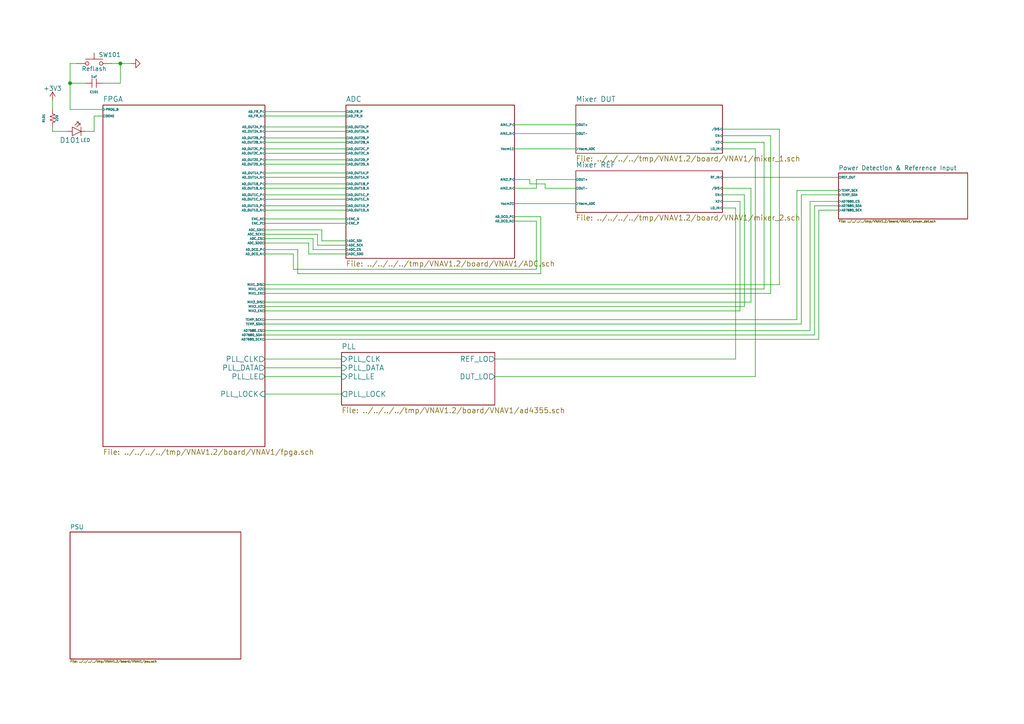
<source format=kicad_sch>
(kicad_sch (version 20230121) (generator eeschema)
  (paper "A4")
  (lib_symbols
    (symbol "adccore-rescue:+3.3V" (power) (pin_names (offset 0))
      (property "Value" "+3.3V" (at 0 3.556 0))
      (symbol "+3.3V_0_1"
        (polyline (pts (xy -0.762 1.27) (xy 0 2.54)))
        (polyline (pts (xy 0 0) (xy 0 2.54)))
        (polyline (pts (xy 0 2.54) (xy 0.762 1.27)))
      )
      (symbol "+3.3V_1_1"
        (pin power_in line (at 0 0 90) (length 0) hide (name "+3V3") (number "1"))
      )
    )
    (symbol "adccore-rescue:CAP_0603" (pin_numbers hide) (pin_names (offset 0) hide)
      (property "Reference" "C" (at 0 -2.54 0))
      (property "Value" "CAP_0603" (at 0 1.905 0))
      (symbol "CAP_0603_0_1"
        (polyline (pts (xy -1.27 0) (xy -0.635 0)))
        (polyline (pts (xy -0.635 -1.27) (xy -0.635 1.27)))
        (polyline (pts (xy 0.635 -1.27) (xy 0.635 -0.635)))
        (polyline (pts (xy 0.635 0.635) (xy 0.635 -0.635)))
        (polyline (pts (xy 0.635 1.27) (xy 0.635 0.635)))
        (polyline (pts (xy 1.27 0) (xy 0.635 0)))
      )
      (symbol "CAP_0603_1_1"
        (pin passive line (at -2.54 0 0) (length 1.27) (name "~") (number "1"))
        (pin passive line (at 2.54 0 180) (length 1.27) (name "~") (number "2"))
      )
    )
    (symbol "adccore-rescue:GND" (power) (pin_names (offset 0))
      (property "Value" "GND" (at 0 -3.81 0))
      (symbol "GND_0_1"
        (polyline (pts (xy 0 0) (xy 0 -1.27) (xy 1.27 -1.27) (xy 0 -2.54) (xy -1.27 -1.27) (xy 0 -1.27)))
      )
      (symbol "GND_1_1"
        (pin power_in line (at 0 0 270) (length 0) hide (name "GND") (number "1"))
      )
    )
    (symbol "adccore-rescue:LED" (pin_numbers hide) (pin_names (offset 0) hide)
      (property "Reference" "D" (at 8.255 0 0))
      (property "Value" "LED" (at 2.54 -2.54 0))
      (symbol "LED_0_1"
        (polyline (pts (xy 0 1.27) (xy 1.016 2.286)))
        (polyline (pts (xy 0.508 2.794) (xy 0 2.794)))
        (polyline (pts (xy 1.016 2.286) (xy 0.508 2.286)))
        (polyline (pts (xy 1.016 2.286) (xy 1.016 1.778)))
        (polyline (pts (xy 1.27 0) (xy 1.27 -1.27)))
        (polyline (pts (xy 1.27 0) (xy 1.27 1.27)))
        (polyline (pts (xy -0.508 1.778) (xy 0.508 2.794) (xy 0.508 2.286)))
        (polyline (pts (xy -1.27 0) (xy -1.27 1.27) (xy 1.27 0) (xy -1.27 -1.27) (xy -1.27 0)))
      )
      (symbol "LED_1_1"
        (pin input line (at -2.54 0 0) (length 1.27) (name "A") (number "A"))
        (pin input line (at 2.54 0 180) (length 1.27) (name "K") (number "K"))
      )
    )
    (symbol "adccore-rescue:RES_0402" (pin_numbers hide) (pin_names (offset 0) hide)
      (property "Reference" "R" (at 0 -2.54 0))
      (property "Value" "RES_0402" (at 0 1.27 0))
      (symbol "RES_0402_0_1"
        (polyline (pts (xy -1.27 0) (xy -1.016 0.762) (xy -0.508 -0.762) (xy 0 0.762) (xy 0.508 -0.762) (xy 1.016 0.762) (xy 1.27 0)))
      )
      (symbol "RES_0402_1_1"
        (pin input line (at -2.54 0 0) (length 1.27) (name "1") (number "1"))
        (pin input line (at 2.54 0 180) (length 1.27) (name "2") (number "2"))
      )
    )
    (symbol "adccore-rescue:SW_Push" (pin_numbers hide) (pin_names (offset 1.016) hide)
      (property "Reference" "SW" (at 1.27 2.54 0))
      (property "Value" "SW_Push" (at 0 -1.524 0))
      (symbol "SW_Push_0_1"
        (circle (center -2.032 0) (radius 0.508))
        (polyline (pts (xy 0 1.27) (xy 0 3.048)))
        (polyline (pts (xy 2.54 1.27) (xy -2.54 1.27)))
        (circle (center 2.032 0) (radius 0.508))
        (pin passive line (at -5.08 0 0) (length 2.54) (name "1") (number "1"))
        (pin passive line (at 5.08 0 180) (length 2.54) (name "2") (number "2"))
      )
    )
  )
  (junction (at 34.925 18.415))
  (junction (at 20.32 24.13))
  (wire (pts (xy 236.22 59.69) (xy 243.205 59.69)))
  (wire (pts (xy 24.765 24.13) (xy 20.32 24.13)))
  (wire (pts (xy 213.36 60.325) (xy 209.55 60.325)))
  (wire (pts (xy 99.06 104.14) (xy 76.835 104.14)))
  (wire (pts (xy 209.55 51.435) (xy 243.205 51.435)))
  (wire (pts (xy 34.925 24.13) (xy 29.845 24.13)))
  (wire (pts (xy 149.225 64.135) (xy 155.575 64.135)))
  (wire (pts (xy 93.345 66.675) (xy 76.835 66.675)))
  (wire (pts (xy 76.835 92.71) (xy 231.14 92.71)))
  (wire (pts (xy 15.24 31.75) (xy 15.24 29.21)))
  (wire (pts (xy 155.575 78.105) (xy 85.09 78.105)))
  (wire (pts (xy 76.835 56.515) (xy 100.33 56.515)))
  (wire (pts (xy 219.075 43.18) (xy 209.55 43.18)))
  (wire (pts (xy 167.005 52.07) (xy 155.575 52.07)))
  (wire (pts (xy 214.63 90.17) (xy 214.63 58.42)))
  (wire (pts (xy 231.14 92.71) (xy 231.14 55.245)))
  (wire (pts (xy 86.36 79.375) (xy 156.845 79.375)))
  (wire (pts (xy 24.765 38.1) (xy 27.305 38.1)))
  (wire (pts (xy 34.925 18.415) (xy 34.925 24.13)))
  (wire (pts (xy 155.575 64.135) (xy 155.575 78.105)))
  (wire (pts (xy 237.49 98.425) (xy 76.835 98.425)))
  (wire (pts (xy 89.535 73.66) (xy 100.33 73.66)))
  (wire (pts (xy 217.805 87.63) (xy 217.805 54.61)))
  (wire (pts (xy 155.575 54.61) (xy 149.225 54.61)))
  (wire (pts (xy 156.845 62.865) (xy 149.225 62.865)))
  (wire (pts (xy 76.835 53.34) (xy 100.33 53.34)))
  (wire (pts (xy 27.305 38.1) (xy 27.305 33.655)))
  (wire (pts (xy 76.835 43.18) (xy 100.33 43.18)))
  (wire (pts (xy 149.225 43.18) (xy 167.005 43.18)))
  (wire (pts (xy 19.685 38.1) (xy 15.24 38.1)))
  (wire (pts (xy 15.24 38.1) (xy 15.24 36.83)))
  (wire (pts (xy 234.95 58.42) (xy 243.205 58.42)))
  (wire (pts (xy 76.835 57.785) (xy 100.33 57.785)))
  (wire (pts (xy 221.615 41.275) (xy 221.615 83.82)))
  (wire (pts (xy 219.075 109.22) (xy 219.075 43.18)))
  (wire (pts (xy 20.32 24.13) (xy 20.32 31.75)))
  (wire (pts (xy 149.225 52.07) (xy 153.67 52.07)))
  (wire (pts (xy 236.22 97.155) (xy 236.22 59.69)))
  (wire (pts (xy 153.67 52.07) (xy 153.67 53.34)))
  (wire (pts (xy 76.835 87.63) (xy 217.805 87.63)))
  (wire (pts (xy 167.005 59.055) (xy 149.225 59.055)))
  (wire (pts (xy 214.63 58.42) (xy 209.55 58.42)))
  (wire (pts (xy 158.115 53.34) (xy 158.115 54.61)))
  (wire (pts (xy 20.32 31.75) (xy 29.845 31.75)))
  (wire (pts (xy 76.835 63.5) (xy 100.33 63.5)))
  (wire (pts (xy 76.835 40.005) (xy 100.33 40.005)))
  (wire (pts (xy 76.835 33.655) (xy 100.33 33.655)))
  (wire (pts (xy 93.345 69.85) (xy 93.345 66.675)))
  (wire (pts (xy 76.835 51.435) (xy 100.33 51.435)))
  (wire (pts (xy 76.835 72.39) (xy 86.36 72.39)))
  (wire (pts (xy 209.55 41.275) (xy 221.615 41.275)))
  (wire (pts (xy 20.32 18.415) (xy 22.225 18.415)))
  (wire (pts (xy 85.09 78.105) (xy 85.09 73.66)))
  (wire (pts (xy 20.32 18.415) (xy 20.32 24.13)))
  (wire (pts (xy 38.1 18.415) (xy 34.925 18.415)))
  (wire (pts (xy 76.835 69.215) (xy 90.805 69.215)))
  (wire (pts (xy 209.55 39.37) (xy 223.52 39.37)))
  (wire (pts (xy 76.835 95.885) (xy 234.95 95.885)))
  (wire (pts (xy 76.835 54.61) (xy 100.33 54.61)))
  (wire (pts (xy 76.835 97.155) (xy 236.22 97.155)))
  (wire (pts (xy 92.075 71.12) (xy 100.33 71.12)))
  (wire (pts (xy 234.95 95.885) (xy 234.95 58.42)))
  (wire (pts (xy 76.835 83.82) (xy 221.615 83.82)))
  (wire (pts (xy 215.9 56.515) (xy 215.9 88.9)))
  (wire (pts (xy 76.835 70.485) (xy 89.535 70.485)))
  (wire (pts (xy 76.835 46.355) (xy 100.33 46.355)))
  (wire (pts (xy 158.115 54.61) (xy 167.005 54.61)))
  (wire (pts (xy 155.575 52.07) (xy 155.575 54.61)))
  (wire (pts (xy 243.205 56.515) (xy 232.41 56.515)))
  (wire (pts (xy 76.835 114.3) (xy 99.06 114.3)))
  (wire (pts (xy 237.49 60.96) (xy 237.49 98.425)))
  (wire (pts (xy 209.55 56.515) (xy 215.9 56.515)))
  (wire (pts (xy 76.835 82.55) (xy 226.06 82.55)))
  (wire (pts (xy 90.805 69.215) (xy 90.805 72.39)))
  (wire (pts (xy 76.835 59.69) (xy 100.33 59.69)))
  (wire (pts (xy 143.51 104.14) (xy 213.36 104.14)))
  (wire (pts (xy 76.835 64.77) (xy 100.33 64.77)))
  (wire (pts (xy 232.41 93.98) (xy 76.835 93.98)))
  (wire (pts (xy 76.835 90.17) (xy 214.63 90.17)))
  (wire (pts (xy 217.805 54.61) (xy 209.55 54.61)))
  (wire (pts (xy 76.835 36.83) (xy 100.33 36.83)))
  (wire (pts (xy 223.52 85.09) (xy 76.835 85.09)))
  (wire (pts (xy 213.36 104.14) (xy 213.36 60.325)))
  (wire (pts (xy 76.835 47.625) (xy 100.33 47.625)))
  (wire (pts (xy 156.845 79.375) (xy 156.845 62.865)))
  (wire (pts (xy 153.67 53.34) (xy 158.115 53.34)))
  (wire (pts (xy 231.14 55.245) (xy 243.205 55.245)))
  (wire (pts (xy 226.06 37.465) (xy 209.55 37.465)))
  (wire (pts (xy 226.06 82.55) (xy 226.06 37.465)))
  (wire (pts (xy 76.835 67.945) (xy 92.075 67.945)))
  (wire (pts (xy 215.9 88.9) (xy 76.835 88.9)))
  (wire (pts (xy 76.835 106.68) (xy 99.06 106.68)))
  (wire (pts (xy 89.535 70.485) (xy 89.535 73.66)))
  (wire (pts (xy 86.36 72.39) (xy 86.36 79.375)))
  (wire (pts (xy 76.835 60.96) (xy 100.33 60.96)))
  (wire (pts (xy 243.205 60.96) (xy 237.49 60.96)))
  (wire (pts (xy 76.835 32.385) (xy 100.33 32.385)))
  (wire (pts (xy 149.225 36.195) (xy 167.005 36.195)))
  (wire (pts (xy 99.06 109.22) (xy 76.835 109.22)))
  (wire (pts (xy 223.52 39.37) (xy 223.52 85.09)))
  (wire (pts (xy 27.305 33.655) (xy 29.845 33.655)))
  (wire (pts (xy 76.835 38.1) (xy 100.33 38.1)))
  (wire (pts (xy 76.835 41.275) (xy 100.33 41.275)))
  (wire (pts (xy 149.225 38.735) (xy 167.005 38.735)))
  (wire (pts (xy 76.835 50.165) (xy 100.33 50.165)))
  (wire (pts (xy 143.51 109.22) (xy 219.075 109.22)))
  (wire (pts (xy 92.075 67.945) (xy 92.075 71.12)))
  (wire (pts (xy 232.41 56.515) (xy 232.41 93.98)))
  (wire (pts (xy 90.805 72.39) (xy 100.33 72.39)))
  (wire (pts (xy 76.835 44.45) (xy 100.33 44.45)))
  (wire (pts (xy 85.09 73.66) (xy 76.835 73.66)))
  (wire (pts (xy 100.33 69.85) (xy 93.345 69.85)))
  (wire (pts (xy 34.925 18.415) (xy 32.385 18.415)))
  (symbol (lib_id "adccore-rescue:SW_Push") (at 27.305 18.415 0) (unit 1)
    (property "Reference" "SW101" (at 28.575 15.875 0) (effects (justify left)))
    (property "Value" "Reflash" (at 27.305 19.939 0))
    (property "Footprint" "Switch_SMD:ALPS_SKRKAEE010" (effects hide))
  )
  (symbol (lib_id "adccore-rescue:CAP_0603") (at 27.305 24.13 0) (unit 1)
    (property "Reference" "C101" (at 27.305 26.67 0) (effects (font (size 0.635 0.635))))
    (property "Value" "1uF" (at 27.305 22.225 0) (effects (font (size 0.635 0.635))))
    (property "Footprint" "SM0603" (effects hide))
  )
  (symbol (lib_id "adccore-rescue:GND") (at 38.1 18.415 90) (unit 1)
    (property "Reference" "#PWR01" (effects hide))
    (property "Value" "GND" (effects hide))
  )
  (symbol (lib_id "adccore-rescue:LED") (at 22.225 38.1 0) (unit 1)
    (property "Reference" "D101" (at 20.32 40.64 0) (effects (font (size 1.524 1.524))))
    (property "Value" "LED" (at 24.765 40.64 0) (effects (font (size 0.9906 0.9906))))
    (property "Footprint" "General_SMD:LED-0603" (effects hide))
  )
  (symbol (lib_id "adccore-rescue:+3.3V") (at 15.24 29.21 0) (unit 1)
    (property "Reference" "#PWR02" (effects hide))
    (property "Value" "+3.3V" (at 15.24 25.654 0))
  )
  (symbol (lib_id "adccore-rescue:RES_0402") (at 15.24 34.29 270) (unit 1)
    (property "Reference" "R101" (at 12.7 34.29 0) (effects (font (size 0.635 0.635))))
    (property "Value" "220" (at 16.51 34.29 0) (effects (font (size 0.635 0.635))))
    (property "Footprint" "SM0402" (effects hide))
  )
  (sheet (at 29.845 30.48) (size 46.99 99.06)
    (property "Sheetname" "FPGA" (at 29.845 29.6414 0) (effects (font (size 1.524 1.524)) (justify left bottom)))
    (property "Sheetfile" "../../../../tmp/VNAV1.2/board/VNAV1/fpga.sch" (at 29.845 130.2262 0) (effects (font (size 1.524 1.524)) (justify left top)))
    (pin "PROG_B" input (at 29.845 31.75 180) (effects (font (size 0.635 0.635))))
    (pin "DONE" output (at 29.845 33.655 180) (effects (font (size 0.635 0.635))))
    (pin "AD_OUT1A_P" input (at 76.835 50.165 0) (effects (font (size 0.635 0.635))))
    (pin "AD_OUT1A_N" input (at 76.835 51.435 0) (effects (font (size 0.635 0.635))))
    (pin "AD_OUT1B_P" input (at 76.835 53.34 0) (effects (font (size 0.635 0.635))))
    (pin "AD_OUT1B_N" input (at 76.835 54.61 0) (effects (font (size 0.635 0.635))))
    (pin "AD_OUT1C_P" input (at 76.835 56.515 0) (effects (font (size 0.635 0.635))))
    (pin "AD_OUT1C_N" input (at 76.835 57.785 0) (effects (font (size 0.635 0.635))))
    (pin "AD_OUT1D_P" input (at 76.835 59.69 0) (effects (font (size 0.635 0.635))))
    (pin "AD_OUT1D_N" input (at 76.835 60.96 0) (effects (font (size 0.635 0.635))))
    (pin "AD_DCO_P" input (at 76.835 72.39 0) (effects (font (size 0.635 0.635))))
    (pin "AD_DCO_N" input (at 76.835 73.66 0) (effects (font (size 0.635 0.635))))
    (pin "AD_FR_P" input (at 76.835 32.385 0) (effects (font (size 0.635 0.635))))
    (pin "AD_FR_N" input (at 76.835 33.655 0) (effects (font (size 0.635 0.635))))
    (pin "AD_OUT2A_P" input (at 76.835 36.83 0) (effects (font (size 0.635 0.635))))
    (pin "AD_OUT2A_N" input (at 76.835 38.1 0) (effects (font (size 0.635 0.635))))
    (pin "AD_OUT2B_P" input (at 76.835 40.005 0) (effects (font (size 0.635 0.635))))
    (pin "AD_OUT2B_N" input (at 76.835 41.275 0) (effects (font (size 0.635 0.635))))
    (pin "AD_OUT2C_P" input (at 76.835 43.18 0) (effects (font (size 0.635 0.635))))
    (pin "AD_OUT2C_N" input (at 76.835 44.45 0) (effects (font (size 0.635 0.635))))
    (pin "AD_OUT2D_P" input (at 76.835 46.355 0) (effects (font (size 0.635 0.635))))
    (pin "AD_OUT2D_N" input (at 76.835 47.625 0) (effects (font (size 0.635 0.635))))
    (pin "ENC_N" output (at 76.835 63.5 0) (effects (font (size 0.635 0.635))))
    (pin "ENC_P" output (at 76.835 64.77 0) (effects (font (size 0.635 0.635))))
    (pin "PLL_CLK" output (at 76.835 104.14 0) (effects (font (size 1.524 1.524))))
    (pin "PLL_DATA" output (at 76.835 106.68 0) (effects (font (size 1.524 1.524))))
    (pin "PLL_LE" output (at 76.835 109.22 0) (effects (font (size 1.524 1.524))))
    (pin "PLL_LOCK" input (at 76.835 114.3 0) (effects (font (size 1.524 1.524))))
    (pin "ADC_SCK" output (at 76.835 67.945 0) (effects (font (size 0.635 0.635))))
    (pin "ADC_SDI" output (at 76.835 66.675 0) (effects (font (size 0.635 0.635))))
    (pin "ADC_SDO" output (at 76.835 70.485 0) (effects (font (size 0.635 0.635))))
    (pin "ADC_CS" output (at 76.835 69.215 0) (effects (font (size 0.635 0.635))))
    (pin "MIX1_DIS" output (at 76.835 82.55 0) (effects (font (size 0.635 0.635))))
    (pin "MIX1_X2" output (at 76.835 83.82 0) (effects (font (size 0.635 0.635))))
    (pin "MIX1_EN" output (at 76.835 85.09 0) (effects (font (size 0.635 0.635))))
    (pin "MIX2_DIS" output (at 76.835 87.63 0) (effects (font (size 0.635 0.635))))
    (pin "MIX2_X2" output (at 76.835 88.9 0) (effects (font (size 0.635 0.635))))
    (pin "MIX2_EN" output (at 76.835 90.17 0) (effects (font (size 0.635 0.635))))
    (pin "TEMP_SCK" output (at 76.835 92.71 0) (effects (font (size 0.635 0.635))))
    (pin "TEMP_SDA" output (at 76.835 93.98 0) (effects (font (size 0.635 0.635))))
    (pin "AD7680_CS" output (at 76.835 95.885 0) (effects (font (size 0.635 0.635))))
    (pin "AD7680_SDA" bidirectional (at 76.835 97.155 0) (effects (font (size 0.635 0.635))))
    (pin "AD7680_SCK" output (at 76.835 98.425 0) (effects (font (size 0.635 0.635))))
  )
  (sheet (at 100.33 30.48) (size 48.895 44.45)
    (property "Sheetname" "ADC" (at 100.33 29.6414 0) (effects (font (size 1.524 1.524)) (justify left bottom)))
    (property "Sheetfile" "../../../../tmp/VNAV1.2/board/VNAV1/ADC.sch" (at 100.33 75.6162 0) (effects (font (size 1.524 1.524)) (justify left top)))
    (pin "AD_FR_P" output (at 100.33 32.385 180) (effects (font (size 0.635 0.635))))
    (pin "AD_FR_N" output (at 100.33 33.655 180) (effects (font (size 0.635 0.635))))
    (pin "AD_OUT2A_P" output (at 100.33 36.83 180) (effects (font (size 0.635 0.635))))
    (pin "AD_OUT2A_N" output (at 100.33 38.1 180) (effects (font (size 0.635 0.635))))
    (pin "AD_OUT2B_P" output (at 100.33 40.005 180) (effects (font (size 0.635 0.635))))
    (pin "AD_OUT2B_N" output (at 100.33 41.275 180) (effects (font (size 0.635 0.635))))
    (pin "AD_OUT2C_P" output (at 100.33 43.18 180) (effects (font (size 0.635 0.635))))
    (pin "AD_OUT2C_N" output (at 100.33 44.45 180) (effects (font (size 0.635 0.635))))
    (pin "AD_OUT2D_P" output (at 100.33 46.355 180) (effects (font (size 0.635 0.635))))
    (pin "AD_OUT2D_N" output (at 100.33 47.625 180) (effects (font (size 0.635 0.635))))
    (pin "AD_OUT1A_P" output (at 100.33 50.165 180) (effects (font (size 0.635 0.635))))
    (pin "AD_OUT1A_N" output (at 100.33 51.435 180) (effects (font (size 0.635 0.635))))
    (pin "AD_OUT1B_P" output (at 100.33 53.34 180) (effects (font (size 0.635 0.635))))
    (pin "AD_OUT1B_N" output (at 100.33 54.61 180) (effects (font (size 0.635 0.635))))
    (pin "AD_OUT1C_P" output (at 100.33 56.515 180) (effects (font (size 0.635 0.635))))
    (pin "AD_OUT1C_N" output (at 100.33 57.785 180) (effects (font (size 0.635 0.635))))
    (pin "AD_OUT1D_P" output (at 100.33 59.69 180) (effects (font (size 0.635 0.635))))
    (pin "AD_OUT1D_N" output (at 100.33 60.96 180) (effects (font (size 0.635 0.635))))
    (pin "AD_DCO_P" output (at 149.225 62.865 0) (effects (font (size 0.635 0.635))))
    (pin "AD_DCO_N" output (at 149.225 64.135 0) (effects (font (size 0.635 0.635))))
    (pin "Vocm1" output (at 149.225 43.18 0) (effects (font (size 0.635 0.635))))
    (pin "AIN1_P" input (at 149.225 36.195 0) (effects (font (size 0.635 0.635))))
    (pin "AIN1_N" input (at 149.225 38.735 0) (effects (font (size 0.635 0.635))))
    (pin "AIN2_P" input (at 149.225 52.07 0) (effects (font (size 0.635 0.635))))
    (pin "AIN2_N" input (at 149.225 54.61 0) (effects (font (size 0.635 0.635))))
    (pin "Vocm2" output (at 149.225 59.055 0) (effects (font (size 0.635 0.635))))
    (pin "ENC_N" input (at 100.33 63.5 180) (effects (font (size 0.635 0.635))))
    (pin "ENC_P" input (at 100.33 64.77 180) (effects (font (size 0.635 0.635))))
    (pin "ADC_SDO" output (at 100.33 73.66 180) (effects (font (size 0.635 0.635))))
    (pin "ADC_CS" input (at 100.33 72.39 180) (effects (font (size 0.635 0.635))))
    (pin "ADC_SCK" input (at 100.33 71.12 180) (effects (font (size 0.635 0.635))))
    (pin "ADC_SDI" input (at 100.33 69.85 180) (effects (font (size 0.635 0.635))))
  )
  (sheet (at 167.005 30.48) (size 42.545 13.97)
    (property "Sheetname" "Mixer DUT" (at 167.005 29.6414 0) (effects (font (size 1.524 1.524)) (justify left bottom)))
    (property "Sheetfile" "../../../../tmp/VNAV1.2/board/VNAV1/mixer_1.sch" (at 167.005 45.1362 0) (effects (font (size 1.524 1.524)) (justify left top)))
    (pin "LO_IN" input (at 209.55 43.18 0) (effects (font (size 0.635 0.635))))
    (pin "X2" input (at 209.55 41.275 0) (effects (font (size 0.635 0.635))))
    (pin "EN" input (at 209.55 39.37 0) (effects (font (size 0.635 0.635))))
    (pin "Vocm_ADC" input (at 167.005 43.18 180) (effects (font (size 0.635 0.635))))
    (pin "OUT-" output (at 167.005 38.735 180) (effects (font (size 0.635 0.635))))
    (pin "OUT+" output (at 167.005 36.195 180) (effects (font (size 0.635 0.635))))
    (pin "/DIS" input (at 209.55 37.465 0) (effects (font (size 0.635 0.635))))
  )
  (sheet (at 99.06 102.235) (size 44.45 15.24)
    (property "Sheetname" "PLL" (at 99.06 101.3964 0) (effects (font (size 1.524 1.524)) (justify left bottom)))
    (property "Sheetfile" "../../../../tmp/VNAV1.2/board/VNAV1/ad4355.sch" (at 99.06 118.1612 0) (effects (font (size 1.524 1.524)) (justify left top)))
    (pin "REF_LO" output (at 143.51 104.14 0) (effects (font (size 1.524 1.524))))
    (pin "DUT_LO" output (at 143.51 109.22 0) (effects (font (size 1.524 1.524))))
    (pin "PLL_CLK" input (at 99.06 104.14 180) (effects (font (size 1.524 1.524))))
    (pin "PLL_DATA" input (at 99.06 106.68 180) (effects (font (size 1.524 1.524))))
    (pin "PLL_LE" input (at 99.06 109.22 180) (effects (font (size 1.524 1.524))))
    (pin "PLL_LOCK" output (at 99.06 114.3 180) (effects (font (size 1.524 1.524))))
  )
  (sheet (at 20.32 154.305) (size 49.53 36.83)
    (property "Sheetname" "PSU" (at 20.32 153.5934 0) (effects (justify left bottom)))
    (property "Sheetfile" "../../../../tmp/VNAV1.2/board/VNAV1/psu.sch" (at 20.32 191.4656 0) (effects (font (size 0.635 0.635)) (justify left top)))
  )
  (sheet (at 243.205 50.165) (size 37.465 13.335)
    (property "Sheetname" "Power Detection & Reference Input" (at 243.205 49.4534 0) (effects (justify left bottom)))
    (property "Sheetfile" "../../../../tmp/VNAV1.2/board/VNAV1/power_det.sch" (at 243.205 63.8306 0) (effects (font (size 0.635 0.635)) (justify left top)))
    (pin "REF_OUT" output (at 243.205 51.435 180) (effects (font (size 0.635 0.635))))
    (pin "TEMP_SCK" input (at 243.205 55.245 180) (effects (font (size 0.635 0.635))))
    (pin "TEMP_SDA" bidirectional (at 243.205 56.515 180) (effects (font (size 0.635 0.635))))
    (pin "AD7680_CS" input (at 243.205 58.42 180) (effects (font (size 0.635 0.635))))
    (pin "AD7680_SDA" bidirectional (at 243.205 59.69 180) (effects (font (size 0.635 0.635))))
    (pin "AD7680_SCK" input (at 243.205 60.96 180) (effects (font (size 0.635 0.635))))
  )
  (sheet (at 167.005 49.53) (size 42.545 12.065)
    (property "Sheetname" "Mixer REF" (at 167.005 48.6914 0) (effects (font (size 1.524 1.524)) (justify left bottom)))
    (property "Sheetfile" "../../../../tmp/VNAV1.2/board/VNAV1/mixer_2.sch" (at 167.005 62.2812 0) (effects (font (size 1.524 1.524)) (justify left top)))
    (pin "LO_IN" input (at 209.55 60.325 0) (effects (font (size 0.635 0.635))))
    (pin "X2" input (at 209.55 58.42 0) (effects (font (size 0.635 0.635))))
    (pin "EN" input (at 209.55 56.515 0) (effects (font (size 0.635 0.635))))
    (pin "Vocm_ADC" input (at 167.005 59.055 180) (effects (font (size 0.635 0.635))))
    (pin "OUT-" output (at 167.005 54.61 180) (effects (font (size 0.635 0.635))))
    (pin "OUT+" output (at 167.005 52.07 180) (effects (font (size 0.635 0.635))))
    (pin "/DIS" input (at 209.55 54.61 0) (effects (font (size 0.635 0.635))))
    (pin "RF_IN" input (at 209.55 51.435 0) (effects (font (size 0.635 0.635))))
  )
)
</source>
